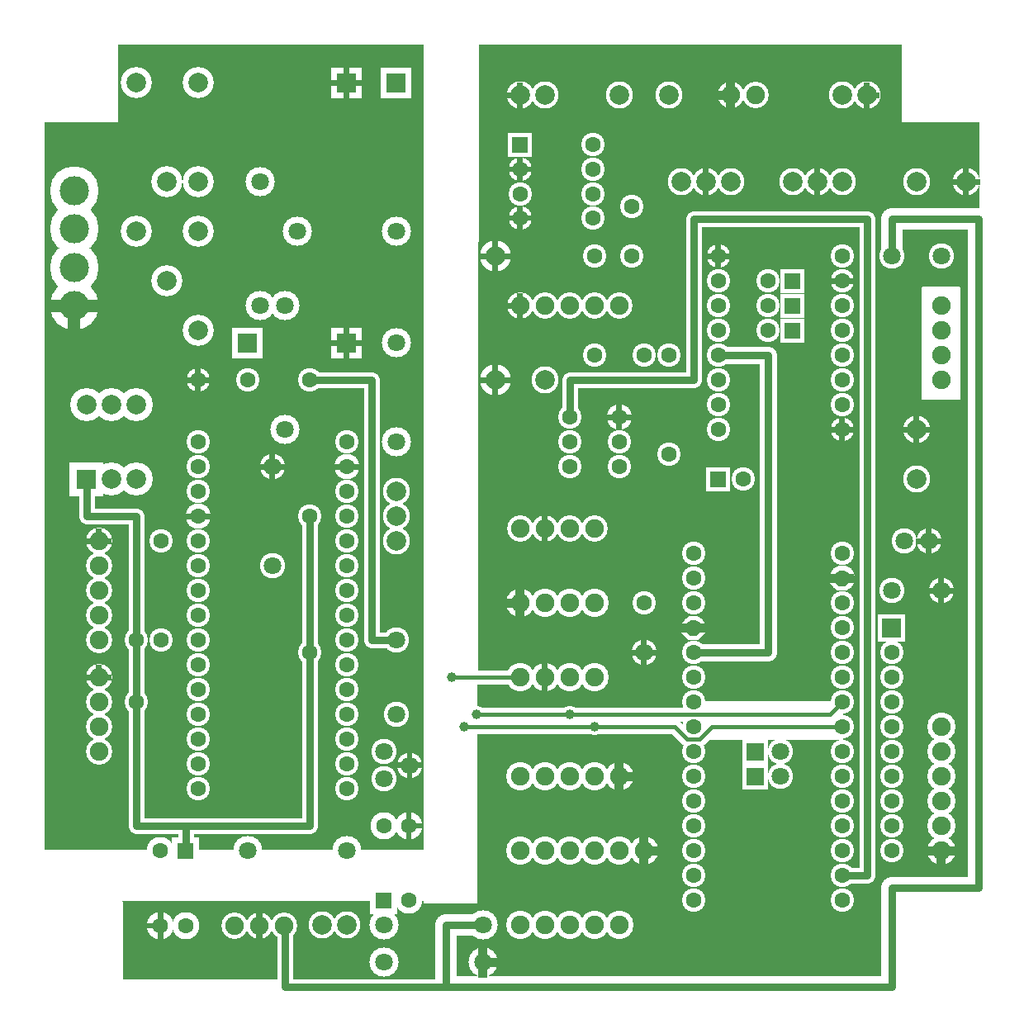
<source format=gbr>
%FSLAX34Y34*%
%MOMM*%
%LNCOPPER_TOP*%
G71*
G01*
%ADD10C, 2.400*%
%ADD11C, 2.600*%
%ADD12C, 3.200*%
%ADD13C, 3.400*%
%ADD14C, 5.000*%
%ADD15C, 3.000*%
%ADD16C, 2.800*%
%ADD17C, 1.600*%
%ADD18C, 1.400*%
%ADD19C, 2.900*%
%ADD20C, 1.800*%
%ADD21C, 0.150*%
%ADD22C, 2.700*%
%ADD23C, 2.400*%
%ADD24C, 2.200*%
%ADD25C, 1.800*%
%ADD26C, 1.280*%
%ADD27C, 0.965*%
%ADD28C, 0.633*%
%ADD29C, 0.533*%
%ADD30C, 0.667*%
%ADD31C, 0.864*%
%ADD32C, 0.600*%
%ADD33C, 0.994*%
%ADD34C, 1.600*%
%ADD35C, 1.800*%
%ADD36C, 2.000*%
%ADD37C, 3.000*%
%ADD38C, 0.800*%
%ADD39C, 0.400*%
%ADD40C, 1.900*%
%ADD41C, 1.000*%
%ADD42C, 1.600*%
%LPD*%
G36*
X0Y1000000D02*
X1000000Y1000000D01*
X1000000Y0D01*
X0Y0D01*
X0Y1000000D01*
G37*
%LPC*%
X330200Y215900D02*
G54D10*
D03*
X330200Y241300D02*
G54D10*
D03*
X330200Y266700D02*
G54D10*
D03*
X330200Y292100D02*
G54D10*
D03*
X330200Y317500D02*
G54D10*
D03*
X330200Y342900D02*
G54D10*
D03*
X330200Y368300D02*
G54D10*
D03*
X330200Y393700D02*
G54D10*
D03*
X330200Y419100D02*
G54D10*
D03*
X330200Y444500D02*
G54D10*
D03*
X330200Y469900D02*
G54D10*
D03*
X330200Y495300D02*
G54D10*
D03*
X330200Y520700D02*
G54D10*
D03*
X330200Y546100D02*
G54D10*
D03*
X330200Y571500D02*
G54D10*
D03*
X177800Y215900D02*
G54D10*
D03*
X177800Y241300D02*
G54D10*
D03*
X177800Y266700D02*
G54D10*
D03*
X177800Y292100D02*
G54D10*
D03*
X177800Y317500D02*
G54D10*
D03*
X177800Y342900D02*
G54D10*
D03*
X177800Y368300D02*
G54D10*
D03*
X177800Y393700D02*
G54D10*
D03*
X177800Y419100D02*
G54D10*
D03*
X177800Y444500D02*
G54D10*
D03*
X177800Y469899D02*
G54D10*
D03*
X177800Y495300D02*
G54D10*
D03*
X177800Y520700D02*
G54D10*
D03*
X177800Y546100D02*
G54D10*
D03*
X177800Y571500D02*
G54D10*
D03*
X330200Y546100D02*
G54D10*
D03*
X177798Y495303D02*
G54D10*
D03*
X368300Y254000D02*
G54D11*
D03*
X368300Y226700D02*
G54D11*
D03*
X394650Y240350D02*
G54D11*
D03*
X381000Y292100D02*
G54D11*
D03*
X381000Y368300D02*
G54D11*
D03*
X177800Y939800D02*
G54D12*
D03*
X177800Y838200D02*
G54D12*
D03*
X146050Y838200D02*
G54D12*
D03*
X146050Y736600D02*
G54D12*
D03*
X114300Y939800D02*
G54D12*
D03*
X114300Y787400D02*
G54D12*
D03*
G36*
X46500Y516400D02*
X46500Y550400D01*
X80500Y550400D01*
X80500Y516400D01*
X46500Y516400D01*
G37*
X88900Y533400D02*
G54D13*
D03*
X114300Y533400D02*
G54D13*
D03*
X63500Y609600D02*
G54D13*
D03*
X88900Y609600D02*
G54D13*
D03*
X114300Y609600D02*
G54D13*
D03*
X50800Y711200D02*
G54D14*
D03*
X51300Y750700D02*
G54D14*
D03*
X50800Y790200D02*
G54D14*
D03*
X51300Y829700D02*
G54D14*
D03*
X381000Y787400D02*
G54D15*
D03*
X279400Y787400D02*
G54D15*
D03*
X241300Y711200D02*
G54D15*
D03*
X241300Y838200D02*
G54D15*
D03*
X266700Y584200D02*
G54D15*
D03*
X266700Y711200D02*
G54D15*
D03*
X177800Y787400D02*
G54D12*
D03*
X177800Y685800D02*
G54D12*
D03*
X381000Y673100D02*
G54D15*
D03*
X381000Y571500D02*
G54D15*
D03*
X139700Y469900D02*
G54D10*
D03*
X139700Y368300D02*
G54D10*
D03*
X381000Y520700D02*
G54D16*
D03*
X381000Y495700D02*
G54D16*
D03*
X381000Y470700D02*
G54D16*
D03*
X114300Y304800D02*
G54D10*
D03*
X114300Y368300D02*
G54D10*
D03*
G54D17*
X292100Y355600D02*
X292100Y177800D01*
X114300Y177800D01*
X114300Y368300D01*
X838200Y101600D02*
G54D10*
D03*
X838200Y127000D02*
G54D10*
D03*
X838200Y152400D02*
G54D10*
D03*
X838200Y177800D02*
G54D10*
D03*
X838200Y203200D02*
G54D10*
D03*
X838200Y228600D02*
G54D10*
D03*
X838200Y254000D02*
G54D10*
D03*
X838200Y279400D02*
G54D10*
D03*
X838200Y304800D02*
G54D10*
D03*
X838200Y330200D02*
G54D10*
D03*
X838200Y355600D02*
G54D10*
D03*
X838200Y381000D02*
G54D10*
D03*
X838200Y406400D02*
G54D10*
D03*
X838200Y431800D02*
G54D10*
D03*
X838200Y457200D02*
G54D10*
D03*
X685800Y101600D02*
G54D10*
D03*
X685800Y127000D02*
G54D10*
D03*
X685800Y152400D02*
G54D10*
D03*
X685800Y177800D02*
G54D10*
D03*
X685800Y203200D02*
G54D10*
D03*
X685800Y228600D02*
G54D10*
D03*
X685800Y254000D02*
G54D10*
D03*
X685800Y279400D02*
G54D10*
D03*
X685800Y304800D02*
G54D10*
D03*
X685800Y330200D02*
G54D10*
D03*
X685800Y355600D02*
G54D10*
D03*
X685800Y381000D02*
G54D10*
D03*
X685800Y406400D02*
G54D10*
D03*
X685800Y431800D02*
G54D10*
D03*
X685800Y457200D02*
G54D10*
D03*
G36*
X833220Y419800D02*
X826200Y426820D01*
X826200Y436780D01*
X833220Y443800D01*
X843180Y443800D01*
X850200Y436780D01*
X850200Y426820D01*
X843180Y419800D01*
X833220Y419800D01*
G37*
G36*
X680818Y369003D02*
X673798Y376023D01*
X673798Y385983D01*
X680818Y393003D01*
X690778Y393003D01*
X697798Y385983D01*
X697798Y376023D01*
X690778Y369003D01*
X680818Y369003D01*
G37*
X889000Y355600D02*
G54D10*
D03*
X889000Y330200D02*
G54D10*
D03*
X889000Y304800D02*
G54D10*
D03*
X889000Y279400D02*
G54D10*
D03*
X889000Y254000D02*
G54D10*
D03*
X889000Y228600D02*
G54D10*
D03*
X889000Y203200D02*
G54D10*
D03*
X889000Y177800D02*
G54D10*
D03*
X889000Y152400D02*
G54D10*
D03*
G54D18*
X450850Y279400D02*
X666750Y279400D01*
X679450Y266700D01*
X692150Y266700D01*
X704850Y279400D01*
X838200Y279400D01*
G54D18*
X463550Y292100D02*
X825500Y292100D01*
X838200Y304800D01*
X584200Y330200D02*
G54D19*
D03*
X558800Y330200D02*
G54D19*
D03*
X533400Y330200D02*
G54D19*
D03*
X508000Y330200D02*
G54D19*
D03*
X558800Y292100D02*
G54D20*
D03*
X584200Y279400D02*
G54D20*
D03*
G54D18*
X438150Y330200D02*
X508000Y330200D01*
X838200Y736600D02*
G54D10*
D03*
X838200Y762000D02*
G54D10*
D03*
X838200Y685800D02*
G54D10*
D03*
X838200Y711200D02*
G54D10*
D03*
X838200Y635000D02*
G54D10*
D03*
X838200Y660400D02*
G54D10*
D03*
X838200Y584200D02*
G54D10*
D03*
X838200Y609600D02*
G54D10*
D03*
X711200Y635000D02*
G54D10*
D03*
X711200Y660400D02*
G54D10*
D03*
X711200Y584200D02*
G54D10*
D03*
X711200Y609600D02*
G54D10*
D03*
X711200Y736600D02*
G54D10*
D03*
X711200Y762000D02*
G54D10*
D03*
X711200Y685800D02*
G54D10*
D03*
X711200Y711200D02*
G54D10*
D03*
G36*
X920750Y730250D02*
X958850Y730250D01*
X958850Y615950D01*
X920750Y615950D01*
X920750Y730250D01*
G37*
G54D21*
X920750Y730250D02*
X958850Y730250D01*
X958850Y615950D01*
X920750Y615950D01*
X920750Y730250D01*
G36*
X685800Y304800D02*
X838200Y304800D01*
X838200Y266700D01*
X685800Y266700D01*
X685800Y304800D01*
G37*
G54D21*
X685800Y304800D02*
X838200Y304800D01*
X838200Y266700D01*
X685800Y266700D01*
X685800Y304800D01*
X609600Y927100D02*
G54D16*
D03*
X660400Y927100D02*
G54D16*
D03*
X482600Y762000D02*
G54D10*
D03*
X584200Y762000D02*
G54D10*
D03*
X622300Y812800D02*
G54D10*
D03*
X622300Y762000D02*
G54D10*
D03*
X584200Y660400D02*
G54D10*
D03*
X635000Y660400D02*
G54D10*
D03*
X660400Y660400D02*
G54D10*
D03*
X660400Y558800D02*
G54D10*
D03*
X939800Y635000D02*
G54D22*
D03*
X939800Y660400D02*
G54D22*
D03*
X939800Y685800D02*
G54D22*
D03*
X939800Y711200D02*
G54D22*
D03*
X76200Y444500D02*
G54D22*
D03*
X76200Y419100D02*
G54D22*
D03*
X76200Y393700D02*
G54D22*
D03*
X76200Y368300D02*
G54D22*
D03*
X76200Y469900D02*
G54D22*
D03*
X76200Y330200D02*
G54D22*
D03*
X76200Y304800D02*
G54D22*
D03*
X76200Y279400D02*
G54D22*
D03*
X76200Y254000D02*
G54D22*
D03*
X584200Y711200D02*
G54D22*
D03*
X558800Y711200D02*
G54D22*
D03*
X533400Y711200D02*
G54D22*
D03*
X508000Y711200D02*
G54D22*
D03*
X609600Y711200D02*
G54D22*
D03*
X863600Y927100D02*
G54D16*
D03*
X838200Y927100D02*
G54D16*
D03*
G36*
X875000Y395000D02*
X903000Y395000D01*
X903000Y367000D01*
X875000Y367000D01*
X875000Y395000D01*
G37*
X482600Y635000D02*
G54D16*
D03*
X533400Y635000D02*
G54D16*
D03*
X533400Y927100D02*
G54D16*
D03*
X508000Y927100D02*
G54D16*
D03*
X463550Y292100D02*
G54D20*
D03*
X450850Y279400D02*
G54D20*
D03*
X438150Y330200D02*
G54D20*
D03*
X292100Y355600D02*
G54D23*
D03*
G36*
X354300Y87600D02*
X354300Y115600D01*
X382300Y115600D01*
X382300Y87600D01*
X354300Y87600D01*
G37*
X393800Y101600D02*
G54D16*
D03*
X368300Y178100D02*
G54D16*
D03*
X393800Y178100D02*
G54D16*
D03*
X558800Y596900D02*
G54D10*
D03*
X558800Y546100D02*
G54D10*
D03*
X558800Y571500D02*
G54D10*
D03*
X609600Y596900D02*
G54D10*
D03*
X609600Y546100D02*
G54D10*
D03*
X609600Y571500D02*
G54D10*
D03*
G36*
X397000Y955800D02*
X397000Y923800D01*
X365000Y923800D01*
X365000Y955800D01*
X397000Y955800D01*
G37*
G36*
X346200Y955800D02*
X346200Y923800D01*
X314200Y923800D01*
X314200Y955800D01*
X346200Y955800D01*
G37*
G36*
X346200Y689100D02*
X346200Y657100D01*
X314200Y657100D01*
X314200Y689100D01*
X346200Y689100D01*
G37*
G36*
X244600Y689100D02*
X244600Y657100D01*
X212600Y657100D01*
X212600Y689100D01*
X244600Y689100D01*
G37*
X469900Y38100D02*
G54D15*
D03*
X368300Y38100D02*
G54D15*
D03*
X889000Y762000D02*
G54D11*
D03*
X939800Y762000D02*
G54D11*
D03*
X927100Y469900D02*
G54D11*
D03*
X901700Y469900D02*
G54D11*
D03*
X533400Y76200D02*
G54D19*
D03*
X558800Y76200D02*
G54D19*
D03*
X584200Y76200D02*
G54D19*
D03*
X609600Y76200D02*
G54D19*
D03*
X508000Y76200D02*
G54D19*
D03*
X292100Y495300D02*
G54D23*
D03*
G54D17*
X292100Y355600D02*
X292100Y495300D01*
G54D17*
X114300Y368300D02*
X114300Y495300D01*
X63500Y495300D01*
X63500Y533400D01*
G36*
X799400Y724600D02*
X775400Y724600D01*
X775400Y748600D01*
X799400Y748600D01*
X799400Y724600D01*
G37*
X762000Y736600D02*
G54D10*
D03*
G36*
X799400Y699200D02*
X775400Y699200D01*
X775400Y723200D01*
X799400Y723200D01*
X799400Y699200D01*
G37*
X762000Y711200D02*
G54D10*
D03*
G36*
X799400Y673800D02*
X775400Y673800D01*
X775400Y697800D01*
X799400Y697800D01*
X799400Y673800D01*
G37*
X762000Y685800D02*
G54D10*
D03*
G36*
X699200Y545400D02*
X723200Y545400D01*
X723200Y521400D01*
X699200Y521400D01*
X699200Y545400D01*
G37*
X736600Y533400D02*
G54D10*
D03*
G36*
X736300Y267000D02*
X762300Y267000D01*
X762300Y241000D01*
X736300Y241000D01*
X736300Y267000D01*
G37*
X774700Y254000D02*
G54D11*
D03*
G36*
X736300Y241600D02*
X762300Y241600D01*
X762300Y215600D01*
X736300Y215600D01*
X736300Y241600D01*
G37*
X774700Y228600D02*
G54D11*
D03*
X469900Y76200D02*
G54D15*
D03*
X368300Y76200D02*
G54D15*
D03*
G36*
X1000000Y1000000D02*
X1000000Y980000D01*
X0Y980000D01*
X0Y1000000D01*
X1000000Y1000000D01*
G37*
G54D21*
X1000000Y1000000D02*
X1000000Y980000D01*
X0Y980000D01*
X0Y1000000D01*
X1000000Y1000000D01*
G36*
X975000Y1000000D02*
X1000000Y1000000D01*
X1000000Y0D01*
X980000Y0D01*
X980000Y1000000D01*
X975000Y1000000D01*
G37*
G54D21*
X975000Y1000000D02*
X1000000Y1000000D01*
X1000000Y0D01*
X980000Y0D01*
X980000Y1000000D01*
X975000Y1000000D01*
G36*
X1000000Y0D02*
X0Y0D01*
X0Y20000D01*
X1000000Y20000D01*
X1000000Y0D01*
G37*
G54D21*
X1000000Y0D02*
X0Y0D01*
X0Y20000D01*
X1000000Y20000D01*
X1000000Y0D01*
G36*
X25000Y0D02*
X0Y0D01*
X0Y1000000D01*
X20000Y1000000D01*
X20000Y0D01*
X25000Y0D01*
G37*
G54D21*
X25000Y0D02*
X0Y0D01*
X0Y1000000D01*
X20000Y1000000D01*
X20000Y0D01*
X25000Y0D01*
G36*
X95000Y900000D02*
X95000Y1000000D01*
X0Y1000000D01*
X0Y900000D01*
X95000Y900000D01*
G37*
G54D21*
X95000Y900000D02*
X95000Y1000000D01*
X0Y1000000D01*
X0Y900000D01*
X95000Y900000D01*
G36*
X900000Y1000000D02*
X1000000Y1000000D01*
X1000000Y900000D01*
X900000Y900000D01*
X900000Y1000000D01*
G37*
G54D21*
X900000Y1000000D02*
X1000000Y1000000D01*
X1000000Y900000D01*
X900000Y900000D01*
X900000Y1000000D01*
G36*
X1000000Y0D02*
X1000000Y105000D01*
X900000Y105000D01*
X900000Y0D01*
X1000000Y0D01*
G37*
G54D21*
X1000000Y0D02*
X1000000Y105000D01*
X900000Y105000D01*
X900000Y0D01*
X1000000Y0D01*
G36*
X100000Y100000D02*
X100000Y-400D01*
X0Y0D01*
X0Y100000D01*
X100000Y100000D01*
G37*
G54D21*
X100000Y100000D02*
X100000Y-400D01*
X0Y0D01*
X0Y100000D01*
X100000Y100000D01*
G36*
X465000Y1000000D02*
X463650Y99300D01*
X410000Y99300D01*
X410000Y1000000D01*
X465000Y1000000D01*
G37*
G54D21*
X465000Y1000000D02*
X463650Y99300D01*
X410000Y99300D01*
X410000Y1000000D01*
X465000Y1000000D01*
X508000Y711200D02*
G54D11*
D03*
X863600Y927100D02*
G54D11*
D03*
X838200Y431800D02*
G54D11*
D03*
X609600Y596900D02*
G54D11*
D03*
X508000Y927100D02*
G54D11*
D03*
X76200Y469900D02*
G54D11*
D03*
X76200Y330200D02*
G54D11*
D03*
X177798Y495303D02*
G54D11*
D03*
X330200Y546100D02*
G54D11*
D03*
X394650Y240350D02*
G54D11*
D03*
X304800Y76200D02*
G54D16*
D03*
X330200Y76200D02*
G54D16*
D03*
X228600Y152400D02*
G54D15*
D03*
X330200Y152400D02*
G54D15*
D03*
G36*
X179100Y166400D02*
X179100Y138400D01*
X151100Y138400D01*
X151100Y166400D01*
X179100Y166400D01*
G37*
X139600Y152400D02*
G54D16*
D03*
X165100Y75900D02*
G54D16*
D03*
X139600Y75900D02*
G54D16*
D03*
G54D24*
X889000Y762000D02*
X889000Y800100D01*
X977900Y800100D01*
X977900Y114300D01*
X889000Y114300D01*
X889000Y12700D01*
X431800Y12700D01*
X431800Y76200D01*
X469900Y76200D01*
X482600Y635000D02*
G54D12*
D03*
X482600Y762000D02*
G54D12*
D03*
X939800Y203200D02*
G54D19*
D03*
X939800Y228600D02*
G54D19*
D03*
X939800Y254000D02*
G54D19*
D03*
X939800Y279400D02*
G54D19*
D03*
X939800Y177800D02*
G54D19*
D03*
X939800Y152400D02*
G54D19*
D03*
X889000Y419100D02*
G54D11*
D03*
X939800Y419100D02*
G54D11*
D03*
X965200Y838200D02*
G54D16*
D03*
X914400Y838200D02*
G54D16*
D03*
X914400Y584200D02*
G54D16*
D03*
X914400Y533400D02*
G54D16*
D03*
X787400Y838200D02*
G54D16*
D03*
X838200Y838200D02*
G54D16*
D03*
X812806Y838200D02*
G54D16*
D03*
G54D25*
X685800Y355600D02*
X762000Y355600D01*
X762000Y660400D01*
X711200Y660400D01*
X508000Y851300D02*
G54D10*
D03*
X583000Y851300D02*
G54D10*
D03*
X583000Y826300D02*
G54D10*
D03*
X583000Y801300D02*
G54D10*
D03*
X583000Y876300D02*
G54D10*
D03*
X508000Y826300D02*
G54D10*
D03*
X508000Y801300D02*
G54D10*
D03*
G36*
X520000Y864300D02*
X496000Y864300D01*
X496000Y888300D01*
X520000Y888300D01*
X520000Y864300D01*
G37*
X254000Y444500D02*
G54D11*
D03*
X254000Y546100D02*
G54D11*
D03*
G54D17*
X381000Y368300D02*
X355600Y368300D01*
X355600Y635000D01*
X292100Y635000D01*
X292100Y635000D02*
G54D23*
D03*
X635000Y355600D02*
G54D11*
D03*
X635000Y406400D02*
G54D10*
D03*
X228600Y635000D02*
G54D10*
D03*
X177800Y635000D02*
G54D10*
D03*
X558800Y152400D02*
G54D19*
D03*
X584200Y152400D02*
G54D19*
D03*
X609600Y152400D02*
G54D19*
D03*
X635000Y152400D02*
G54D19*
D03*
X533400Y152400D02*
G54D19*
D03*
X508000Y152400D02*
G54D19*
D03*
X584200Y228600D02*
G54D19*
D03*
X558800Y228600D02*
G54D19*
D03*
X533400Y228600D02*
G54D19*
D03*
X508000Y228600D02*
G54D19*
D03*
X609600Y228600D02*
G54D19*
D03*
X584200Y482600D02*
G54D22*
D03*
X558800Y482600D02*
G54D22*
D03*
X533400Y482600D02*
G54D22*
D03*
X508000Y482600D02*
G54D22*
D03*
X508000Y406400D02*
G54D19*
D03*
X533400Y406400D02*
G54D19*
D03*
X558800Y406400D02*
G54D19*
D03*
X584200Y406400D02*
G54D19*
D03*
G54D17*
X165100Y152400D02*
X165100Y177800D01*
G36*
X459581Y152400D02*
X459581Y101600D01*
X0Y101600D01*
X0Y152400D01*
X459581Y152400D01*
G37*
G54D21*
X459581Y152400D02*
X459581Y101600D01*
X0Y101600D01*
X0Y152400D01*
X459581Y152400D01*
X215600Y75900D02*
G54D22*
D03*
X241000Y75900D02*
G54D22*
D03*
X266400Y75900D02*
G54D22*
D03*
G54D17*
X431800Y12700D02*
X266700Y12700D01*
X266700Y75600D01*
X266400Y75900D01*
X673100Y838200D02*
G54D16*
D03*
X723900Y838200D02*
G54D16*
D03*
X698506Y838200D02*
G54D16*
D03*
X749300Y927100D02*
G54D22*
D03*
X723900Y927100D02*
G54D22*
D03*
G54D17*
X558800Y596900D02*
X558800Y635000D01*
X685800Y635000D01*
X685800Y800100D01*
X863600Y800100D01*
X863600Y127000D01*
X838200Y127000D01*
%LPD*%
G54D26*
G36*
X50800Y704800D02*
X25300Y704800D01*
X25300Y717600D01*
X50800Y717600D01*
X50800Y704800D01*
G37*
G36*
X50800Y717600D02*
X76300Y717600D01*
X76300Y704800D01*
X50800Y704800D01*
X50800Y717600D01*
G37*
G36*
X57200Y711200D02*
X57200Y685700D01*
X44400Y685700D01*
X44400Y711200D01*
X57200Y711200D01*
G37*
G54D27*
G36*
X838200Y426973D02*
X825700Y426973D01*
X825700Y436627D01*
X838200Y436627D01*
X838200Y426973D01*
G37*
G36*
X838200Y436627D02*
X850700Y436627D01*
X850700Y426973D01*
X838200Y426973D01*
X838200Y436627D01*
G37*
G54D27*
G36*
X685798Y376177D02*
X673298Y376177D01*
X673298Y385830D01*
X685798Y385830D01*
X685798Y376177D01*
G37*
G36*
X685798Y385830D02*
X698298Y385830D01*
X698298Y376177D01*
X685798Y376177D01*
X685798Y385830D01*
G37*
G54D28*
G36*
X536567Y330200D02*
X536567Y315200D01*
X530233Y315200D01*
X530233Y330200D01*
X536567Y330200D01*
G37*
G36*
X530233Y330200D02*
X530233Y345200D01*
X536567Y345200D01*
X536567Y330200D01*
X530233Y330200D01*
G37*
G54D29*
G36*
X838200Y739267D02*
X850700Y739267D01*
X850700Y733933D01*
X838200Y733933D01*
X838200Y739267D01*
G37*
G36*
X838200Y733933D02*
X825700Y733933D01*
X825700Y739267D01*
X838200Y739267D01*
X838200Y733933D01*
G37*
G54D29*
G36*
X838200Y586867D02*
X850700Y586867D01*
X850700Y581533D01*
X838200Y581533D01*
X838200Y586867D01*
G37*
G36*
X840867Y584200D02*
X840867Y571700D01*
X835533Y571700D01*
X835533Y584200D01*
X840867Y584200D01*
G37*
G36*
X838200Y581533D02*
X825700Y581533D01*
X825700Y586867D01*
X838200Y586867D01*
X838200Y581533D01*
G37*
G36*
X835533Y584200D02*
X835533Y596700D01*
X840867Y596700D01*
X840867Y584200D01*
X835533Y584200D01*
G37*
G54D29*
G36*
X711200Y764667D02*
X723700Y764667D01*
X723700Y759333D01*
X711200Y759333D01*
X711200Y764667D01*
G37*
G36*
X713867Y762000D02*
X713867Y749500D01*
X708533Y749500D01*
X708533Y762000D01*
X713867Y762000D01*
G37*
G36*
X711200Y759333D02*
X698700Y759333D01*
X698700Y764667D01*
X711200Y764667D01*
X711200Y759333D01*
G37*
G36*
X708533Y762000D02*
X708533Y774500D01*
X713867Y774500D01*
X713867Y762000D01*
X708533Y762000D01*
G37*
G54D29*
G36*
X391134Y178100D02*
X391134Y192600D01*
X396467Y192600D01*
X396467Y178100D01*
X391134Y178100D01*
G37*
G36*
X393800Y180767D02*
X408300Y180767D01*
X408300Y175433D01*
X393800Y175433D01*
X393800Y180767D01*
G37*
G36*
X396467Y178100D02*
X396467Y163600D01*
X391134Y163600D01*
X391134Y178100D01*
X396467Y178100D01*
G37*
G54D30*
G36*
X330200Y943133D02*
X346700Y943133D01*
X346700Y936467D01*
X330200Y936467D01*
X330200Y943133D01*
G37*
G36*
X333533Y939800D02*
X333533Y923300D01*
X326867Y923300D01*
X326867Y939800D01*
X333533Y939800D01*
G37*
G36*
X330200Y936467D02*
X313700Y936467D01*
X313700Y943133D01*
X330200Y943133D01*
X330200Y936467D01*
G37*
G36*
X326867Y939800D02*
X326867Y956300D01*
X333533Y956300D01*
X333533Y939800D01*
X326867Y939800D01*
G37*
G54D30*
G36*
X330200Y676433D02*
X346700Y676433D01*
X346700Y669767D01*
X330200Y669767D01*
X330200Y676433D01*
G37*
G36*
X333533Y673100D02*
X333533Y656600D01*
X326867Y656600D01*
X326867Y673100D01*
X333533Y673100D01*
G37*
G36*
X330200Y669767D02*
X313700Y669767D01*
X313700Y676433D01*
X330200Y676433D01*
X330200Y669767D01*
G37*
G36*
X326867Y673100D02*
X326867Y689600D01*
X333533Y689600D01*
X333533Y673100D01*
X326867Y673100D01*
G37*
G54D31*
G36*
X474220Y38100D02*
X474220Y22600D01*
X465580Y22600D01*
X465580Y38100D01*
X474220Y38100D01*
G37*
G36*
X465580Y38100D02*
X465580Y53600D01*
X474220Y53600D01*
X474220Y38100D01*
X465580Y38100D01*
G37*
G36*
X469900Y42420D02*
X485400Y42420D01*
X485400Y33780D01*
X469900Y33780D01*
X469900Y42420D01*
G37*
G54D32*
G36*
X930100Y469900D02*
X930100Y456400D01*
X924100Y456400D01*
X924100Y469900D01*
X930100Y469900D01*
G37*
G36*
X927100Y466900D02*
X913600Y466900D01*
X913600Y472900D01*
X927100Y472900D01*
X927100Y466900D01*
G37*
G36*
X924100Y469900D02*
X924100Y483400D01*
X930100Y483400D01*
X930100Y469900D01*
X924100Y469900D01*
G37*
G36*
X927100Y472900D02*
X940600Y472900D01*
X940600Y466900D01*
X927100Y466900D01*
X927100Y472900D01*
G37*
G54D29*
G36*
X505333Y711200D02*
X505333Y724700D01*
X510667Y724700D01*
X510667Y711200D01*
X505333Y711200D01*
G37*
G36*
X510667Y711200D02*
X510667Y697700D01*
X505333Y697700D01*
X505333Y711200D01*
X510667Y711200D01*
G37*
G36*
X508000Y708533D02*
X494500Y708533D01*
X494500Y713867D01*
X508000Y713867D01*
X508000Y708533D01*
G37*
G54D29*
G36*
X860933Y927100D02*
X860933Y940600D01*
X866267Y940600D01*
X866267Y927100D01*
X860933Y927100D01*
G37*
G36*
X863600Y929767D02*
X877100Y929767D01*
X877100Y924433D01*
X863600Y924433D01*
X863600Y929767D01*
G37*
G36*
X866267Y927100D02*
X866267Y913600D01*
X860933Y913600D01*
X860933Y927100D01*
X866267Y927100D01*
G37*
G54D29*
G36*
X838200Y434467D02*
X851700Y434467D01*
X851700Y429133D01*
X838200Y429133D01*
X838200Y434467D01*
G37*
G36*
X838200Y429133D02*
X824700Y429133D01*
X824700Y434467D01*
X838200Y434467D01*
X838200Y429133D01*
G37*
G54D29*
G36*
X606933Y596900D02*
X606933Y610400D01*
X612267Y610400D01*
X612267Y596900D01*
X606933Y596900D01*
G37*
G36*
X609600Y599567D02*
X623100Y599567D01*
X623100Y594233D01*
X609600Y594233D01*
X609600Y599567D01*
G37*
G36*
X612267Y596900D02*
X612267Y583400D01*
X606933Y583400D01*
X606933Y596900D01*
X612267Y596900D01*
G37*
G36*
X609600Y594233D02*
X596100Y594233D01*
X596100Y599567D01*
X609600Y599567D01*
X609600Y594233D01*
G37*
G54D29*
G36*
X505333Y927100D02*
X505333Y940600D01*
X510667Y940600D01*
X510667Y927100D01*
X505333Y927100D01*
G37*
G36*
X510667Y927100D02*
X510667Y913600D01*
X505333Y913600D01*
X505333Y927100D01*
X510667Y927100D01*
G37*
G36*
X508000Y924433D02*
X494500Y924433D01*
X494500Y929767D01*
X508000Y929767D01*
X508000Y924433D01*
G37*
G54D29*
G36*
X73533Y469900D02*
X73533Y483400D01*
X78867Y483400D01*
X78867Y469900D01*
X73533Y469900D01*
G37*
G36*
X76200Y472567D02*
X89700Y472567D01*
X89700Y467233D01*
X76200Y467233D01*
X76200Y472567D01*
G37*
G36*
X76200Y467233D02*
X62700Y467233D01*
X62700Y472567D01*
X76200Y472567D01*
X76200Y467233D01*
G37*
G54D29*
G36*
X73533Y330200D02*
X73533Y343700D01*
X78867Y343700D01*
X78867Y330200D01*
X73533Y330200D01*
G37*
G36*
X76200Y332867D02*
X89700Y332867D01*
X89700Y327533D01*
X76200Y327533D01*
X76200Y332867D01*
G37*
G36*
X76200Y327533D02*
X62700Y327533D01*
X62700Y332867D01*
X76200Y332867D01*
X76200Y327533D01*
G37*
G54D29*
G36*
X177798Y497970D02*
X191298Y497970D01*
X191298Y492636D01*
X177798Y492636D01*
X177798Y497970D01*
G37*
G36*
X177798Y492636D02*
X164298Y492636D01*
X164298Y497970D01*
X177798Y497970D01*
X177798Y492636D01*
G37*
G54D29*
G36*
X330200Y548767D02*
X343700Y548767D01*
X343700Y543433D01*
X330200Y543433D01*
X330200Y548767D01*
G37*
G36*
X330200Y543433D02*
X316700Y543433D01*
X316700Y548767D01*
X330200Y548767D01*
X330200Y543433D01*
G37*
G54D29*
G36*
X391983Y240350D02*
X391983Y253850D01*
X397317Y253850D01*
X397317Y240350D01*
X391983Y240350D01*
G37*
G36*
X394650Y243017D02*
X408150Y243017D01*
X408150Y237683D01*
X394650Y237683D01*
X394650Y243017D01*
G37*
G36*
X397317Y240350D02*
X397317Y226850D01*
X391983Y226850D01*
X391983Y240350D01*
X397317Y240350D01*
G37*
G36*
X394650Y237683D02*
X381150Y237683D01*
X381150Y243017D01*
X394650Y243017D01*
X394650Y237683D01*
G37*
G54D29*
G36*
X142267Y75900D02*
X142267Y61400D01*
X136933Y61400D01*
X136933Y75900D01*
X142267Y75900D01*
G37*
G36*
X139600Y73233D02*
X125100Y73233D01*
X125100Y78567D01*
X139600Y78567D01*
X139600Y73233D01*
G37*
G36*
X136933Y75900D02*
X136933Y90400D01*
X142267Y90400D01*
X142267Y75900D01*
X136933Y75900D01*
G37*
G54D30*
G36*
X479267Y635000D02*
X479267Y651500D01*
X485933Y651500D01*
X485933Y635000D01*
X479267Y635000D01*
G37*
G36*
X482600Y638333D02*
X499100Y638333D01*
X499100Y631667D01*
X482600Y631667D01*
X482600Y638333D01*
G37*
G36*
X485933Y635000D02*
X485933Y618500D01*
X479267Y618500D01*
X479267Y635000D01*
X485933Y635000D01*
G37*
G36*
X482600Y631667D02*
X466100Y631667D01*
X466100Y638333D01*
X482600Y638333D01*
X482600Y631667D01*
G37*
G54D30*
G36*
X479267Y762000D02*
X479267Y778500D01*
X485933Y778500D01*
X485933Y762000D01*
X479267Y762000D01*
G37*
G36*
X482600Y765333D02*
X499100Y765333D01*
X499100Y758667D01*
X482600Y758667D01*
X482600Y765333D01*
G37*
G36*
X485933Y762000D02*
X485933Y745500D01*
X479267Y745500D01*
X479267Y762000D01*
X485933Y762000D01*
G37*
G36*
X482600Y758667D02*
X466100Y758667D01*
X466100Y765333D01*
X482600Y765333D01*
X482600Y758667D01*
G37*
G54D33*
G36*
X939800Y147428D02*
X924800Y147428D01*
X924800Y157372D01*
X939800Y157372D01*
X939800Y147428D01*
G37*
G36*
X939800Y157372D02*
X954800Y157372D01*
X954800Y147428D01*
X939800Y147428D01*
X939800Y157372D01*
G37*
G36*
X944772Y152400D02*
X944772Y137400D01*
X934828Y137400D01*
X934828Y152400D01*
X944772Y152400D01*
G37*
G54D32*
G36*
X936800Y419100D02*
X936800Y432600D01*
X942800Y432600D01*
X942800Y419100D01*
X936800Y419100D01*
G37*
G36*
X939800Y422100D02*
X953300Y422100D01*
X953300Y416100D01*
X939800Y416100D01*
X939800Y422100D01*
G37*
G36*
X942800Y419100D02*
X942800Y405600D01*
X936800Y405600D01*
X936800Y419100D01*
X942800Y419100D01*
G37*
G36*
X939800Y416100D02*
X926300Y416100D01*
X926300Y422100D01*
X939800Y422100D01*
X939800Y416100D01*
G37*
G54D30*
G36*
X968533Y838200D02*
X968533Y823700D01*
X961867Y823700D01*
X961867Y838200D01*
X968533Y838200D01*
G37*
G36*
X965200Y834867D02*
X950700Y834867D01*
X950700Y841533D01*
X965200Y841533D01*
X965200Y834867D01*
G37*
G36*
X961867Y838200D02*
X961867Y852700D01*
X968533Y852700D01*
X968533Y838200D01*
X961867Y838200D01*
G37*
G36*
X965200Y841533D02*
X979700Y841533D01*
X979700Y834867D01*
X965200Y834867D01*
X965200Y841533D01*
G37*
G54D30*
G36*
X914400Y587533D02*
X928900Y587533D01*
X928900Y580867D01*
X914400Y580867D01*
X914400Y587533D01*
G37*
G36*
X917733Y584200D02*
X917733Y569700D01*
X911067Y569700D01*
X911067Y584200D01*
X917733Y584200D01*
G37*
G36*
X914400Y580867D02*
X899900Y580867D01*
X899900Y587533D01*
X914400Y587533D01*
X914400Y580867D01*
G37*
G36*
X911067Y584200D02*
X911067Y598700D01*
X917733Y598700D01*
X917733Y584200D01*
X911067Y584200D01*
G37*
G54D30*
G36*
X809473Y838200D02*
X809473Y852700D01*
X816139Y852700D01*
X816139Y838200D01*
X809473Y838200D01*
G37*
G36*
X816139Y838200D02*
X816139Y823700D01*
X809473Y823700D01*
X809473Y838200D01*
X816139Y838200D01*
G37*
G54D29*
G36*
X510667Y851300D02*
X510667Y838800D01*
X505333Y838800D01*
X505333Y851300D01*
X510667Y851300D01*
G37*
G36*
X508000Y848633D02*
X495500Y848633D01*
X495500Y853967D01*
X508000Y853967D01*
X508000Y848633D01*
G37*
G36*
X505333Y851300D02*
X505333Y863800D01*
X510667Y863800D01*
X510667Y851300D01*
X505333Y851300D01*
G37*
G36*
X508000Y853967D02*
X520500Y853967D01*
X520500Y848633D01*
X508000Y848633D01*
X508000Y853967D01*
G37*
G54D29*
G36*
X510667Y801300D02*
X510667Y788800D01*
X505333Y788800D01*
X505333Y801300D01*
X510667Y801300D01*
G37*
G36*
X508000Y798633D02*
X495500Y798633D01*
X495500Y803967D01*
X508000Y803967D01*
X508000Y798633D01*
G37*
G36*
X505333Y801300D02*
X505333Y813800D01*
X510667Y813800D01*
X510667Y801300D01*
X505333Y801300D01*
G37*
G36*
X508000Y803967D02*
X520500Y803967D01*
X520500Y798633D01*
X508000Y798633D01*
X508000Y803967D01*
G37*
G54D32*
G36*
X254000Y543100D02*
X240500Y543100D01*
X240500Y549100D01*
X254000Y549100D01*
X254000Y543100D01*
G37*
G36*
X251000Y546100D02*
X251000Y559600D01*
X257000Y559600D01*
X257000Y546100D01*
X251000Y546100D01*
G37*
G36*
X254000Y549100D02*
X267500Y549100D01*
X267500Y543100D01*
X254000Y543100D01*
X254000Y549100D01*
G37*
G36*
X257000Y546100D02*
X257000Y532600D01*
X251000Y532600D01*
X251000Y546100D01*
X257000Y546100D01*
G37*
G54D32*
G36*
X635000Y352600D02*
X621500Y352600D01*
X621500Y358600D01*
X635000Y358600D01*
X635000Y352600D01*
G37*
G36*
X632000Y355600D02*
X632000Y369100D01*
X638000Y369100D01*
X638000Y355600D01*
X632000Y355600D01*
G37*
G36*
X635000Y358600D02*
X648500Y358600D01*
X648500Y352600D01*
X635000Y352600D01*
X635000Y358600D01*
G37*
G36*
X638000Y355600D02*
X638000Y342100D01*
X632000Y342100D01*
X632000Y355600D01*
X638000Y355600D01*
G37*
G54D29*
G36*
X180467Y635000D02*
X180467Y622500D01*
X175133Y622500D01*
X175133Y635000D01*
X180467Y635000D01*
G37*
G36*
X177800Y632333D02*
X165300Y632333D01*
X165300Y637667D01*
X177800Y637667D01*
X177800Y632333D01*
G37*
G36*
X175133Y635000D02*
X175133Y647500D01*
X180467Y647500D01*
X180467Y635000D01*
X175133Y635000D01*
G37*
G36*
X177800Y637667D02*
X190300Y637667D01*
X190300Y632333D01*
X177800Y632333D01*
X177800Y637667D01*
G37*
G54D33*
G36*
X630028Y152400D02*
X630028Y167400D01*
X639972Y167400D01*
X639972Y152400D01*
X630028Y152400D01*
G37*
G36*
X635000Y157372D02*
X650000Y157372D01*
X650000Y147428D01*
X635000Y147428D01*
X635000Y157372D01*
G37*
G36*
X639972Y152400D02*
X639972Y137400D01*
X630028Y137400D01*
X630028Y152400D01*
X639972Y152400D01*
G37*
G54D33*
G36*
X614572Y228600D02*
X614572Y213600D01*
X604628Y213600D01*
X604628Y228600D01*
X614572Y228600D01*
G37*
G36*
X604628Y228600D02*
X604628Y243600D01*
X614572Y243600D01*
X614572Y228600D01*
X604628Y228600D01*
G37*
G36*
X609600Y233572D02*
X624600Y233572D01*
X624600Y223628D01*
X609600Y223628D01*
X609600Y233572D01*
G37*
G54D28*
G36*
X536567Y482600D02*
X536567Y468600D01*
X530233Y468600D01*
X530233Y482600D01*
X536567Y482600D01*
G37*
G36*
X530233Y482600D02*
X530233Y496600D01*
X536567Y496600D01*
X536567Y482600D01*
X530233Y482600D01*
G37*
G54D33*
G36*
X503028Y406400D02*
X503028Y421400D01*
X512972Y421400D01*
X512972Y406400D01*
X503028Y406400D01*
G37*
G36*
X512972Y406400D02*
X512972Y391400D01*
X503028Y391400D01*
X503028Y406400D01*
X512972Y406400D01*
G37*
G36*
X508000Y401428D02*
X493000Y401428D01*
X493000Y411372D01*
X508000Y411372D01*
X508000Y401428D01*
G37*
G54D28*
G36*
X237833Y75900D02*
X237833Y89900D01*
X244167Y89900D01*
X244167Y75900D01*
X237833Y75900D01*
G37*
G36*
X244167Y75900D02*
X244167Y61900D01*
X237833Y61900D01*
X237833Y75900D01*
X244167Y75900D01*
G37*
G54D30*
G36*
X695173Y838200D02*
X695173Y852700D01*
X701839Y852700D01*
X701839Y838200D01*
X695173Y838200D01*
G37*
G36*
X701839Y838200D02*
X701839Y823700D01*
X695173Y823700D01*
X695173Y838200D01*
X701839Y838200D01*
G37*
G54D33*
G36*
X728872Y927100D02*
X728872Y913100D01*
X718928Y913100D01*
X718928Y927100D01*
X728872Y927100D01*
G37*
G36*
X723900Y922128D02*
X709900Y922128D01*
X709900Y932072D01*
X723900Y932072D01*
X723900Y922128D01*
G37*
G36*
X718928Y927100D02*
X718928Y941100D01*
X728872Y941100D01*
X728872Y927100D01*
X718928Y927100D01*
G37*
X330200Y215900D02*
G54D34*
D03*
X330200Y241300D02*
G54D34*
D03*
X330200Y266700D02*
G54D34*
D03*
X330200Y292100D02*
G54D34*
D03*
X330200Y317500D02*
G54D34*
D03*
X330200Y342900D02*
G54D34*
D03*
X330200Y368300D02*
G54D34*
D03*
X330200Y393700D02*
G54D34*
D03*
X330200Y419100D02*
G54D34*
D03*
X330200Y444500D02*
G54D34*
D03*
X330200Y469900D02*
G54D34*
D03*
X330200Y495300D02*
G54D34*
D03*
X330200Y520700D02*
G54D34*
D03*
X330200Y546100D02*
G54D34*
D03*
X330200Y571500D02*
G54D34*
D03*
X177800Y215900D02*
G54D34*
D03*
X177800Y241300D02*
G54D34*
D03*
X177800Y266700D02*
G54D34*
D03*
X177800Y292100D02*
G54D34*
D03*
X177800Y317500D02*
G54D34*
D03*
X177800Y342900D02*
G54D34*
D03*
X177800Y368300D02*
G54D34*
D03*
X177800Y393700D02*
G54D34*
D03*
X177800Y419100D02*
G54D34*
D03*
X177800Y444500D02*
G54D34*
D03*
X177800Y469899D02*
G54D34*
D03*
X177800Y495300D02*
G54D34*
D03*
X177800Y520700D02*
G54D34*
D03*
X177800Y546100D02*
G54D34*
D03*
X177800Y571500D02*
G54D34*
D03*
X330200Y546100D02*
G54D34*
D03*
X177798Y495303D02*
G54D34*
D03*
X368300Y254000D02*
G54D35*
D03*
X368300Y226700D02*
G54D35*
D03*
X394650Y240350D02*
G54D35*
D03*
X381000Y292100D02*
G54D35*
D03*
X381000Y368300D02*
G54D35*
D03*
X177800Y939800D02*
G54D36*
D03*
X177800Y838200D02*
G54D36*
D03*
X146050Y838200D02*
G54D36*
D03*
X146050Y736600D02*
G54D36*
D03*
X114300Y939800D02*
G54D36*
D03*
X114300Y787400D02*
G54D36*
D03*
G36*
X53500Y523400D02*
X53500Y543400D01*
X73500Y543400D01*
X73500Y523400D01*
X53500Y523400D01*
G37*
X88900Y533400D02*
G54D36*
D03*
X114300Y533400D02*
G54D36*
D03*
X63500Y609600D02*
G54D36*
D03*
X88900Y609600D02*
G54D36*
D03*
X114300Y609600D02*
G54D36*
D03*
X50800Y711200D02*
G54D37*
D03*
X51300Y750700D02*
G54D37*
D03*
X50800Y790200D02*
G54D37*
D03*
X51300Y829700D02*
G54D37*
D03*
X381000Y787400D02*
G54D35*
D03*
X279400Y787400D02*
G54D35*
D03*
X241300Y711200D02*
G54D35*
D03*
X241300Y838200D02*
G54D35*
D03*
X266700Y584200D02*
G54D35*
D03*
X266700Y711200D02*
G54D35*
D03*
X177800Y787400D02*
G54D36*
D03*
X177800Y685800D02*
G54D36*
D03*
X381000Y673100D02*
G54D35*
D03*
X381000Y571500D02*
G54D35*
D03*
X139700Y469900D02*
G54D34*
D03*
X139700Y368300D02*
G54D34*
D03*
X381000Y520700D02*
G54D36*
D03*
X381000Y495700D02*
G54D36*
D03*
X381000Y470700D02*
G54D36*
D03*
X114300Y304800D02*
G54D34*
D03*
X114300Y368300D02*
G54D34*
D03*
G54D38*
X292100Y355600D02*
X292100Y177800D01*
X114300Y177800D01*
X114300Y368300D01*
X838200Y101600D02*
G54D34*
D03*
X838200Y127000D02*
G54D34*
D03*
X838200Y152400D02*
G54D34*
D03*
X838200Y177800D02*
G54D34*
D03*
X838200Y203200D02*
G54D34*
D03*
X838200Y228600D02*
G54D34*
D03*
X838200Y254000D02*
G54D34*
D03*
X838200Y279400D02*
G54D34*
D03*
X838200Y304800D02*
G54D34*
D03*
X838200Y330200D02*
G54D34*
D03*
X838200Y355600D02*
G54D34*
D03*
X838200Y381000D02*
G54D34*
D03*
X838200Y406400D02*
G54D34*
D03*
X838200Y431800D02*
G54D34*
D03*
X838200Y457200D02*
G54D34*
D03*
X685800Y101600D02*
G54D34*
D03*
X685800Y127000D02*
G54D34*
D03*
X685800Y152400D02*
G54D34*
D03*
X685800Y177800D02*
G54D34*
D03*
X685800Y203200D02*
G54D34*
D03*
X685800Y228600D02*
G54D34*
D03*
X685800Y254000D02*
G54D34*
D03*
X685800Y279400D02*
G54D34*
D03*
X685800Y304800D02*
G54D34*
D03*
X685800Y330200D02*
G54D34*
D03*
X685800Y355600D02*
G54D34*
D03*
X685800Y381000D02*
G54D34*
D03*
X685800Y406400D02*
G54D34*
D03*
X685800Y431800D02*
G54D34*
D03*
X685800Y457200D02*
G54D34*
D03*
G36*
X834880Y423800D02*
X830200Y428480D01*
X830200Y435120D01*
X834880Y439800D01*
X841520Y439800D01*
X846200Y435120D01*
X846200Y428480D01*
X841520Y423800D01*
X834880Y423800D01*
G37*
G36*
X682478Y373003D02*
X677798Y377683D01*
X677798Y384323D01*
X682478Y389003D01*
X689118Y389003D01*
X693798Y384323D01*
X693798Y377683D01*
X689118Y373003D01*
X682478Y373003D01*
G37*
X889000Y355600D02*
G54D34*
D03*
X889000Y330200D02*
G54D34*
D03*
X889000Y304800D02*
G54D34*
D03*
X889000Y279400D02*
G54D34*
D03*
X889000Y254000D02*
G54D34*
D03*
X889000Y228600D02*
G54D34*
D03*
X889000Y203200D02*
G54D34*
D03*
X889000Y177800D02*
G54D34*
D03*
X889000Y152400D02*
G54D34*
D03*
G54D39*
X450850Y279400D02*
X666750Y279400D01*
X679450Y266700D01*
X692150Y266700D01*
X704850Y279400D01*
X838200Y279400D01*
G54D39*
X463550Y292100D02*
X825500Y292100D01*
X838200Y304800D01*
X584200Y330200D02*
G54D40*
D03*
X558800Y330200D02*
G54D40*
D03*
X533400Y330200D02*
G54D40*
D03*
X508000Y330200D02*
G54D40*
D03*
X558800Y292100D02*
G54D41*
D03*
X584200Y279400D02*
G54D41*
D03*
G54D39*
X438150Y330200D02*
X508000Y330200D01*
X838200Y736600D02*
G54D34*
D03*
X838200Y762000D02*
G54D34*
D03*
X838200Y685800D02*
G54D34*
D03*
X838200Y711200D02*
G54D34*
D03*
X838200Y635000D02*
G54D34*
D03*
X838200Y660400D02*
G54D34*
D03*
X838200Y584200D02*
G54D34*
D03*
X838200Y609600D02*
G54D34*
D03*
X711200Y635000D02*
G54D34*
D03*
X711200Y660400D02*
G54D34*
D03*
X711200Y584200D02*
G54D34*
D03*
X711200Y609600D02*
G54D34*
D03*
X711200Y736600D02*
G54D34*
D03*
X711200Y762000D02*
G54D34*
D03*
X711200Y685800D02*
G54D34*
D03*
X711200Y711200D02*
G54D34*
D03*
X609600Y927100D02*
G54D36*
D03*
X660400Y927100D02*
G54D36*
D03*
X482600Y762000D02*
G54D34*
D03*
X584200Y762000D02*
G54D34*
D03*
X622300Y812800D02*
G54D34*
D03*
X622300Y762000D02*
G54D34*
D03*
X584200Y660400D02*
G54D34*
D03*
X635000Y660400D02*
G54D34*
D03*
X660400Y660400D02*
G54D34*
D03*
X660400Y558800D02*
G54D34*
D03*
X939800Y635000D02*
G54D40*
D03*
X939800Y660400D02*
G54D40*
D03*
X939800Y685800D02*
G54D40*
D03*
X939800Y711200D02*
G54D40*
D03*
X76200Y444500D02*
G54D40*
D03*
X76200Y419100D02*
G54D40*
D03*
X76200Y393700D02*
G54D40*
D03*
X76200Y368300D02*
G54D40*
D03*
X76200Y469900D02*
G54D40*
D03*
X76200Y330200D02*
G54D40*
D03*
X76200Y304800D02*
G54D40*
D03*
X76200Y279400D02*
G54D40*
D03*
X76200Y254000D02*
G54D40*
D03*
X584200Y711200D02*
G54D40*
D03*
X558800Y711200D02*
G54D40*
D03*
X533400Y711200D02*
G54D40*
D03*
X508000Y711200D02*
G54D40*
D03*
X609600Y711200D02*
G54D40*
D03*
X863600Y927100D02*
G54D36*
D03*
X838200Y927100D02*
G54D36*
D03*
G36*
X879000Y391000D02*
X899000Y391000D01*
X899000Y371000D01*
X879000Y371000D01*
X879000Y391000D01*
G37*
X482600Y635000D02*
G54D36*
D03*
X533400Y635000D02*
G54D36*
D03*
X533400Y927100D02*
G54D36*
D03*
X508000Y927100D02*
G54D36*
D03*
X463550Y292100D02*
G54D41*
D03*
X450850Y279400D02*
G54D41*
D03*
X438150Y330200D02*
G54D41*
D03*
X292100Y355600D02*
G54D42*
D03*
G36*
X360300Y93600D02*
X360300Y109600D01*
X376300Y109600D01*
X376300Y93600D01*
X360300Y93600D01*
G37*
X393800Y101600D02*
G54D34*
D03*
X368300Y178100D02*
G54D34*
D03*
X393800Y178100D02*
G54D34*
D03*
X558800Y596900D02*
G54D34*
D03*
X558800Y546100D02*
G54D34*
D03*
X558800Y571500D02*
G54D34*
D03*
X609600Y596900D02*
G54D34*
D03*
X609600Y546100D02*
G54D34*
D03*
X609600Y571500D02*
G54D34*
D03*
G36*
X391000Y949800D02*
X391000Y929800D01*
X371000Y929800D01*
X371000Y949800D01*
X391000Y949800D01*
G37*
G36*
X340200Y949800D02*
X340200Y929800D01*
X320200Y929800D01*
X320200Y949800D01*
X340200Y949800D01*
G37*
G36*
X340200Y683100D02*
X340200Y663100D01*
X320200Y663100D01*
X320200Y683100D01*
X340200Y683100D01*
G37*
G36*
X238600Y683100D02*
X238600Y663100D01*
X218600Y663100D01*
X218600Y683100D01*
X238600Y683100D01*
G37*
X469900Y38100D02*
G54D35*
D03*
X368300Y38100D02*
G54D35*
D03*
X889000Y762000D02*
G54D35*
D03*
X939800Y762000D02*
G54D35*
D03*
X927100Y469900D02*
G54D35*
D03*
X901700Y469900D02*
G54D35*
D03*
X533400Y76200D02*
G54D40*
D03*
X558800Y76200D02*
G54D40*
D03*
X584200Y76200D02*
G54D40*
D03*
X609600Y76200D02*
G54D40*
D03*
X508000Y76200D02*
G54D40*
D03*
X292100Y495300D02*
G54D42*
D03*
G54D38*
X292100Y355600D02*
X292100Y495300D01*
G54D38*
X114300Y368300D02*
X114300Y495300D01*
X63500Y495300D01*
X63500Y533400D01*
G36*
X795400Y728600D02*
X779400Y728600D01*
X779400Y744600D01*
X795400Y744600D01*
X795400Y728600D01*
G37*
X762000Y736600D02*
G54D34*
D03*
G36*
X795400Y703200D02*
X779400Y703200D01*
X779400Y719200D01*
X795400Y719200D01*
X795400Y703200D01*
G37*
X762000Y711200D02*
G54D34*
D03*
G36*
X795400Y677800D02*
X779400Y677800D01*
X779400Y693800D01*
X795400Y693800D01*
X795400Y677800D01*
G37*
X762000Y685800D02*
G54D34*
D03*
G36*
X703200Y541400D02*
X719200Y541400D01*
X719200Y525400D01*
X703200Y525400D01*
X703200Y541400D01*
G37*
X736600Y533400D02*
G54D34*
D03*
G36*
X740300Y263000D02*
X758300Y263000D01*
X758300Y245000D01*
X740300Y245000D01*
X740300Y263000D01*
G37*
X774700Y254000D02*
G54D35*
D03*
G36*
X740300Y237600D02*
X758300Y237600D01*
X758300Y219600D01*
X740300Y219600D01*
X740300Y237600D01*
G37*
X774700Y228600D02*
G54D35*
D03*
X469900Y76200D02*
G54D35*
D03*
X368300Y76200D02*
G54D35*
D03*
X508000Y711200D02*
G54D34*
D03*
X863600Y927100D02*
G54D34*
D03*
X838200Y431800D02*
G54D34*
D03*
X609600Y596900D02*
G54D34*
D03*
X508000Y927100D02*
G54D34*
D03*
X76200Y469900D02*
G54D34*
D03*
X76200Y330200D02*
G54D34*
D03*
X177798Y495303D02*
G54D34*
D03*
X330200Y546100D02*
G54D34*
D03*
X394650Y240350D02*
G54D34*
D03*
X304800Y76200D02*
G54D36*
D03*
X330200Y76200D02*
G54D36*
D03*
X228600Y152400D02*
G54D35*
D03*
X330200Y152400D02*
G54D35*
D03*
G36*
X173100Y160400D02*
X173100Y144400D01*
X157100Y144400D01*
X157100Y160400D01*
X173100Y160400D01*
G37*
X139600Y152400D02*
G54D34*
D03*
X165100Y75900D02*
G54D34*
D03*
X139600Y75900D02*
G54D34*
D03*
G54D38*
X889000Y762000D02*
X889000Y800100D01*
X977900Y800100D01*
X977900Y114300D01*
X889000Y114300D01*
X889000Y12700D01*
X431800Y12700D01*
X431800Y76200D01*
X469900Y76200D01*
X482600Y635000D02*
G54D36*
D03*
X482600Y762000D02*
G54D36*
D03*
X939800Y203200D02*
G54D40*
D03*
X939800Y228600D02*
G54D40*
D03*
X939800Y254000D02*
G54D40*
D03*
X939800Y279400D02*
G54D40*
D03*
X939800Y177800D02*
G54D40*
D03*
X939800Y152400D02*
G54D40*
D03*
X889000Y419100D02*
G54D35*
D03*
X939800Y419100D02*
G54D35*
D03*
X965200Y838200D02*
G54D36*
D03*
X914400Y838200D02*
G54D36*
D03*
X914400Y584200D02*
G54D36*
D03*
X914400Y533400D02*
G54D36*
D03*
X787400Y838200D02*
G54D36*
D03*
X838200Y838200D02*
G54D36*
D03*
X812806Y838200D02*
G54D36*
D03*
G54D38*
X685800Y355600D02*
X762000Y355600D01*
X762000Y660400D01*
X711200Y660400D01*
X508000Y851300D02*
G54D34*
D03*
X583000Y851300D02*
G54D34*
D03*
X583000Y826300D02*
G54D34*
D03*
X583000Y801300D02*
G54D34*
D03*
X583000Y876300D02*
G54D34*
D03*
X508000Y826300D02*
G54D34*
D03*
X508000Y801300D02*
G54D34*
D03*
G36*
X516000Y868300D02*
X500000Y868300D01*
X500000Y884300D01*
X516000Y884300D01*
X516000Y868300D01*
G37*
X254000Y444500D02*
G54D35*
D03*
X254000Y546100D02*
G54D35*
D03*
G54D38*
X381000Y368300D02*
X355600Y368300D01*
X355600Y635000D01*
X292100Y635000D01*
X292100Y635000D02*
G54D42*
D03*
X635000Y355600D02*
G54D35*
D03*
X635000Y406400D02*
G54D34*
D03*
X228600Y635000D02*
G54D34*
D03*
X177800Y635000D02*
G54D34*
D03*
X558800Y152400D02*
G54D40*
D03*
X584200Y152400D02*
G54D40*
D03*
X609600Y152400D02*
G54D40*
D03*
X635000Y152400D02*
G54D40*
D03*
X533400Y152400D02*
G54D40*
D03*
X508000Y152400D02*
G54D40*
D03*
X584200Y228600D02*
G54D40*
D03*
X558800Y228600D02*
G54D40*
D03*
X533400Y228600D02*
G54D40*
D03*
X508000Y228600D02*
G54D40*
D03*
X609600Y228600D02*
G54D40*
D03*
X584200Y482600D02*
G54D40*
D03*
X558800Y482600D02*
G54D40*
D03*
X533400Y482600D02*
G54D40*
D03*
X508000Y482600D02*
G54D40*
D03*
X508000Y406400D02*
G54D40*
D03*
X533400Y406400D02*
G54D40*
D03*
X558800Y406400D02*
G54D40*
D03*
X584200Y406400D02*
G54D40*
D03*
G54D38*
X165100Y152400D02*
X165100Y177800D01*
X215600Y75900D02*
G54D40*
D03*
X241000Y75900D02*
G54D40*
D03*
X266400Y75900D02*
G54D40*
D03*
G54D38*
X431800Y12700D02*
X266700Y12700D01*
X266700Y75600D01*
X266400Y75900D01*
X673100Y838200D02*
G54D36*
D03*
X723900Y838200D02*
G54D36*
D03*
X698506Y838200D02*
G54D36*
D03*
X749300Y927100D02*
G54D40*
D03*
X723900Y927100D02*
G54D40*
D03*
G54D38*
X558800Y596900D02*
X558800Y635000D01*
X685800Y635000D01*
X685800Y800100D01*
X863600Y800100D01*
X863600Y127000D01*
X838200Y127000D01*
M02*

</source>
